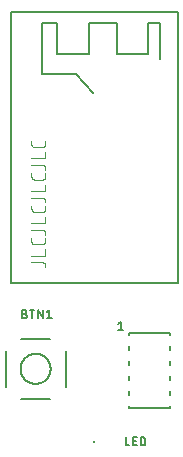
<source format=gbr>
G04 EAGLE Gerber RS-274X export*
G75*
%MOMM*%
%FSLAX34Y34*%
%LPD*%
%INSilkscreen Top*%
%IPPOS*%
%AMOC8*
5,1,8,0,0,1.08239X$1,22.5*%
G01*
%ADD10C,0.101600*%
%ADD11C,0.152400*%
%ADD12C,0.127000*%
%ADD13C,0.203200*%
%ADD14R,0.200000X0.200000*%


D10*
X61302Y162490D02*
X70389Y162490D01*
X70488Y162488D01*
X70588Y162482D01*
X70687Y162473D01*
X70785Y162460D01*
X70883Y162443D01*
X70981Y162422D01*
X71077Y162397D01*
X71172Y162369D01*
X71266Y162337D01*
X71359Y162302D01*
X71451Y162263D01*
X71541Y162220D01*
X71629Y162175D01*
X71716Y162125D01*
X71800Y162073D01*
X71883Y162017D01*
X71963Y161959D01*
X72041Y161897D01*
X72116Y161832D01*
X72189Y161764D01*
X72259Y161694D01*
X72327Y161621D01*
X72392Y161546D01*
X72454Y161468D01*
X72512Y161388D01*
X72568Y161305D01*
X72620Y161221D01*
X72670Y161134D01*
X72715Y161046D01*
X72758Y160956D01*
X72797Y160864D01*
X72832Y160771D01*
X72864Y160677D01*
X72892Y160582D01*
X72917Y160486D01*
X72938Y160388D01*
X72955Y160290D01*
X72968Y160192D01*
X72977Y160093D01*
X72983Y159993D01*
X72985Y159894D01*
X72986Y159894D02*
X72986Y158596D01*
X72986Y168167D02*
X61302Y168167D01*
X72986Y168167D02*
X72986Y173360D01*
X72986Y180233D02*
X72986Y182829D01*
X72985Y180233D02*
X72983Y180134D01*
X72977Y180034D01*
X72968Y179935D01*
X72955Y179837D01*
X72938Y179739D01*
X72917Y179641D01*
X72892Y179545D01*
X72864Y179450D01*
X72832Y179356D01*
X72797Y179263D01*
X72758Y179171D01*
X72715Y179081D01*
X72670Y178993D01*
X72620Y178906D01*
X72568Y178822D01*
X72512Y178739D01*
X72454Y178659D01*
X72392Y178581D01*
X72327Y178506D01*
X72259Y178433D01*
X72189Y178363D01*
X72116Y178295D01*
X72041Y178230D01*
X71963Y178168D01*
X71883Y178110D01*
X71800Y178054D01*
X71716Y178002D01*
X71629Y177952D01*
X71541Y177907D01*
X71451Y177864D01*
X71359Y177825D01*
X71266Y177790D01*
X71172Y177758D01*
X71077Y177730D01*
X70981Y177705D01*
X70883Y177684D01*
X70785Y177667D01*
X70687Y177654D01*
X70588Y177645D01*
X70488Y177639D01*
X70389Y177637D01*
X70389Y177636D02*
X63898Y177636D01*
X63799Y177638D01*
X63699Y177644D01*
X63600Y177653D01*
X63502Y177666D01*
X63404Y177684D01*
X63306Y177704D01*
X63210Y177729D01*
X63114Y177757D01*
X63020Y177789D01*
X62927Y177824D01*
X62836Y177863D01*
X62746Y177906D01*
X62657Y177951D01*
X62571Y178001D01*
X62486Y178053D01*
X62404Y178109D01*
X62324Y178168D01*
X62246Y178229D01*
X62170Y178294D01*
X62097Y178362D01*
X62027Y178432D01*
X61959Y178505D01*
X61894Y178581D01*
X61833Y178659D01*
X61774Y178739D01*
X61718Y178821D01*
X61666Y178906D01*
X61617Y178992D01*
X61571Y179081D01*
X61528Y179171D01*
X61489Y179262D01*
X61454Y179355D01*
X61422Y179449D01*
X61394Y179545D01*
X61369Y179641D01*
X61349Y179739D01*
X61331Y179837D01*
X61318Y179935D01*
X61309Y180034D01*
X61303Y180133D01*
X61301Y180233D01*
X61302Y180233D02*
X61302Y182829D01*
X61302Y189922D02*
X70389Y189922D01*
X70488Y189920D01*
X70588Y189914D01*
X70687Y189905D01*
X70785Y189892D01*
X70883Y189875D01*
X70981Y189854D01*
X71077Y189829D01*
X71172Y189801D01*
X71266Y189769D01*
X71359Y189734D01*
X71451Y189695D01*
X71541Y189652D01*
X71629Y189607D01*
X71716Y189557D01*
X71800Y189505D01*
X71883Y189449D01*
X71963Y189391D01*
X72041Y189329D01*
X72116Y189264D01*
X72189Y189196D01*
X72259Y189126D01*
X72327Y189053D01*
X72392Y188978D01*
X72454Y188900D01*
X72512Y188820D01*
X72568Y188737D01*
X72620Y188653D01*
X72670Y188566D01*
X72715Y188478D01*
X72758Y188388D01*
X72797Y188296D01*
X72832Y188203D01*
X72864Y188109D01*
X72892Y188014D01*
X72917Y187918D01*
X72938Y187820D01*
X72955Y187722D01*
X72968Y187624D01*
X72977Y187525D01*
X72983Y187425D01*
X72985Y187326D01*
X72986Y187326D02*
X72986Y186028D01*
X72986Y195599D02*
X61302Y195599D01*
X72986Y195599D02*
X72986Y200792D01*
X72986Y207665D02*
X72986Y210261D01*
X72985Y207665D02*
X72983Y207566D01*
X72977Y207466D01*
X72968Y207367D01*
X72955Y207269D01*
X72938Y207171D01*
X72917Y207073D01*
X72892Y206977D01*
X72864Y206882D01*
X72832Y206788D01*
X72797Y206695D01*
X72758Y206603D01*
X72715Y206513D01*
X72670Y206425D01*
X72620Y206338D01*
X72568Y206254D01*
X72512Y206171D01*
X72454Y206091D01*
X72392Y206013D01*
X72327Y205938D01*
X72259Y205865D01*
X72189Y205795D01*
X72116Y205727D01*
X72041Y205662D01*
X71963Y205600D01*
X71883Y205542D01*
X71800Y205486D01*
X71716Y205434D01*
X71629Y205384D01*
X71541Y205339D01*
X71451Y205296D01*
X71359Y205257D01*
X71266Y205222D01*
X71172Y205190D01*
X71077Y205162D01*
X70981Y205137D01*
X70883Y205116D01*
X70785Y205099D01*
X70687Y205086D01*
X70588Y205077D01*
X70488Y205071D01*
X70389Y205069D01*
X70389Y205068D02*
X63898Y205068D01*
X63799Y205070D01*
X63699Y205076D01*
X63600Y205085D01*
X63502Y205098D01*
X63404Y205116D01*
X63306Y205136D01*
X63210Y205161D01*
X63114Y205189D01*
X63020Y205221D01*
X62927Y205256D01*
X62836Y205295D01*
X62746Y205338D01*
X62657Y205383D01*
X62571Y205433D01*
X62486Y205485D01*
X62404Y205541D01*
X62324Y205600D01*
X62246Y205661D01*
X62170Y205726D01*
X62097Y205794D01*
X62027Y205864D01*
X61959Y205937D01*
X61894Y206013D01*
X61833Y206091D01*
X61774Y206171D01*
X61718Y206253D01*
X61666Y206338D01*
X61617Y206424D01*
X61571Y206513D01*
X61528Y206603D01*
X61489Y206694D01*
X61454Y206787D01*
X61422Y206881D01*
X61394Y206977D01*
X61369Y207073D01*
X61349Y207171D01*
X61331Y207269D01*
X61318Y207367D01*
X61309Y207466D01*
X61303Y207565D01*
X61301Y207665D01*
X61302Y207665D02*
X61302Y210261D01*
X61302Y217354D02*
X70389Y217354D01*
X70488Y217352D01*
X70588Y217346D01*
X70687Y217337D01*
X70785Y217324D01*
X70883Y217307D01*
X70981Y217286D01*
X71077Y217261D01*
X71172Y217233D01*
X71266Y217201D01*
X71359Y217166D01*
X71451Y217127D01*
X71541Y217084D01*
X71629Y217039D01*
X71716Y216989D01*
X71800Y216937D01*
X71883Y216881D01*
X71963Y216823D01*
X72041Y216761D01*
X72116Y216696D01*
X72189Y216628D01*
X72259Y216558D01*
X72327Y216485D01*
X72392Y216410D01*
X72454Y216332D01*
X72512Y216252D01*
X72568Y216169D01*
X72620Y216085D01*
X72670Y215998D01*
X72715Y215910D01*
X72758Y215820D01*
X72797Y215728D01*
X72832Y215635D01*
X72864Y215541D01*
X72892Y215446D01*
X72917Y215350D01*
X72938Y215252D01*
X72955Y215154D01*
X72968Y215056D01*
X72977Y214957D01*
X72983Y214857D01*
X72985Y214758D01*
X72986Y214758D02*
X72986Y213460D01*
X72986Y223031D02*
X61302Y223031D01*
X72986Y223031D02*
X72986Y228224D01*
X72986Y235097D02*
X72986Y237693D01*
X72985Y235097D02*
X72983Y234998D01*
X72977Y234898D01*
X72968Y234799D01*
X72955Y234701D01*
X72938Y234603D01*
X72917Y234505D01*
X72892Y234409D01*
X72864Y234314D01*
X72832Y234220D01*
X72797Y234127D01*
X72758Y234035D01*
X72715Y233945D01*
X72670Y233857D01*
X72620Y233770D01*
X72568Y233686D01*
X72512Y233603D01*
X72454Y233523D01*
X72392Y233445D01*
X72327Y233370D01*
X72259Y233297D01*
X72189Y233227D01*
X72116Y233159D01*
X72041Y233094D01*
X71963Y233032D01*
X71883Y232974D01*
X71800Y232918D01*
X71716Y232866D01*
X71629Y232816D01*
X71541Y232771D01*
X71451Y232728D01*
X71359Y232689D01*
X71266Y232654D01*
X71172Y232622D01*
X71077Y232594D01*
X70981Y232569D01*
X70883Y232548D01*
X70785Y232531D01*
X70687Y232518D01*
X70588Y232509D01*
X70488Y232503D01*
X70389Y232501D01*
X70389Y232500D02*
X63898Y232500D01*
X63799Y232502D01*
X63699Y232508D01*
X63600Y232517D01*
X63502Y232530D01*
X63404Y232548D01*
X63306Y232568D01*
X63210Y232593D01*
X63114Y232621D01*
X63020Y232653D01*
X62927Y232688D01*
X62836Y232727D01*
X62746Y232770D01*
X62657Y232815D01*
X62571Y232865D01*
X62486Y232917D01*
X62404Y232973D01*
X62324Y233032D01*
X62246Y233093D01*
X62170Y233158D01*
X62097Y233226D01*
X62027Y233296D01*
X61959Y233369D01*
X61894Y233445D01*
X61833Y233523D01*
X61774Y233603D01*
X61718Y233685D01*
X61666Y233770D01*
X61617Y233856D01*
X61571Y233945D01*
X61528Y234035D01*
X61489Y234126D01*
X61454Y234219D01*
X61422Y234313D01*
X61394Y234409D01*
X61369Y234505D01*
X61349Y234603D01*
X61331Y234701D01*
X61318Y234799D01*
X61309Y234898D01*
X61303Y234997D01*
X61301Y235097D01*
X61302Y235097D02*
X61302Y237693D01*
X61302Y244786D02*
X70389Y244786D01*
X70488Y244784D01*
X70588Y244778D01*
X70687Y244769D01*
X70785Y244756D01*
X70883Y244739D01*
X70981Y244718D01*
X71077Y244693D01*
X71172Y244665D01*
X71266Y244633D01*
X71359Y244598D01*
X71451Y244559D01*
X71541Y244516D01*
X71629Y244471D01*
X71716Y244421D01*
X71800Y244369D01*
X71883Y244313D01*
X71963Y244255D01*
X72041Y244193D01*
X72116Y244128D01*
X72189Y244060D01*
X72259Y243990D01*
X72327Y243917D01*
X72392Y243842D01*
X72454Y243764D01*
X72512Y243684D01*
X72568Y243601D01*
X72620Y243517D01*
X72670Y243430D01*
X72715Y243342D01*
X72758Y243252D01*
X72797Y243160D01*
X72832Y243067D01*
X72864Y242973D01*
X72892Y242878D01*
X72917Y242782D01*
X72938Y242684D01*
X72955Y242586D01*
X72968Y242488D01*
X72977Y242389D01*
X72983Y242289D01*
X72985Y242190D01*
X72986Y242190D02*
X72986Y240892D01*
X72986Y250463D02*
X61302Y250463D01*
X72986Y250463D02*
X72986Y255656D01*
X72986Y262529D02*
X72986Y265125D01*
X72985Y262529D02*
X72983Y262430D01*
X72977Y262330D01*
X72968Y262231D01*
X72955Y262133D01*
X72938Y262035D01*
X72917Y261937D01*
X72892Y261841D01*
X72864Y261746D01*
X72832Y261652D01*
X72797Y261559D01*
X72758Y261467D01*
X72715Y261377D01*
X72670Y261289D01*
X72620Y261202D01*
X72568Y261118D01*
X72512Y261035D01*
X72454Y260955D01*
X72392Y260877D01*
X72327Y260802D01*
X72259Y260729D01*
X72189Y260659D01*
X72116Y260591D01*
X72041Y260526D01*
X71963Y260464D01*
X71883Y260406D01*
X71800Y260350D01*
X71716Y260298D01*
X71629Y260248D01*
X71541Y260203D01*
X71451Y260160D01*
X71359Y260121D01*
X71266Y260086D01*
X71172Y260054D01*
X71077Y260026D01*
X70981Y260001D01*
X70883Y259980D01*
X70785Y259963D01*
X70687Y259950D01*
X70588Y259941D01*
X70488Y259935D01*
X70389Y259933D01*
X70389Y259932D02*
X63898Y259932D01*
X63799Y259934D01*
X63699Y259940D01*
X63600Y259949D01*
X63502Y259962D01*
X63404Y259980D01*
X63306Y260000D01*
X63210Y260025D01*
X63114Y260053D01*
X63020Y260085D01*
X62927Y260120D01*
X62836Y260159D01*
X62746Y260202D01*
X62657Y260247D01*
X62571Y260297D01*
X62486Y260349D01*
X62404Y260405D01*
X62324Y260464D01*
X62246Y260525D01*
X62170Y260590D01*
X62097Y260658D01*
X62027Y260728D01*
X61959Y260801D01*
X61894Y260877D01*
X61833Y260955D01*
X61774Y261035D01*
X61718Y261117D01*
X61666Y261202D01*
X61617Y261288D01*
X61571Y261377D01*
X61528Y261467D01*
X61489Y261558D01*
X61454Y261651D01*
X61422Y261745D01*
X61394Y261841D01*
X61369Y261937D01*
X61349Y262035D01*
X61331Y262133D01*
X61318Y262231D01*
X61309Y262330D01*
X61303Y262429D01*
X61301Y262529D01*
X61302Y262529D02*
X61302Y265125D01*
D11*
X141202Y14236D02*
X141202Y7632D01*
X144137Y7632D01*
X147542Y7632D02*
X150477Y7632D01*
X147542Y7632D02*
X147542Y14236D01*
X150477Y14236D01*
X149743Y11301D02*
X147542Y11301D01*
X153857Y14236D02*
X153857Y7632D01*
X153857Y14236D02*
X155692Y14236D01*
X155777Y14234D01*
X155861Y14228D01*
X155945Y14218D01*
X156029Y14205D01*
X156112Y14187D01*
X156194Y14166D01*
X156275Y14141D01*
X156355Y14112D01*
X156433Y14080D01*
X156509Y14044D01*
X156584Y14004D01*
X156657Y13961D01*
X156728Y13915D01*
X156797Y13866D01*
X156864Y13813D01*
X156928Y13757D01*
X156989Y13699D01*
X157047Y13638D01*
X157103Y13574D01*
X157156Y13507D01*
X157205Y13438D01*
X157251Y13367D01*
X157294Y13294D01*
X157334Y13219D01*
X157370Y13143D01*
X157402Y13065D01*
X157431Y12985D01*
X157456Y12904D01*
X157477Y12822D01*
X157495Y12739D01*
X157508Y12655D01*
X157518Y12571D01*
X157524Y12487D01*
X157526Y12402D01*
X157526Y9466D01*
X157524Y9381D01*
X157518Y9297D01*
X157508Y9213D01*
X157495Y9129D01*
X157477Y9046D01*
X157456Y8964D01*
X157431Y8883D01*
X157402Y8803D01*
X157370Y8725D01*
X157334Y8649D01*
X157294Y8574D01*
X157251Y8501D01*
X157205Y8430D01*
X157156Y8361D01*
X157103Y8294D01*
X157047Y8230D01*
X156989Y8169D01*
X156928Y8111D01*
X156864Y8055D01*
X156797Y8002D01*
X156728Y7953D01*
X156657Y7907D01*
X156584Y7864D01*
X156509Y7824D01*
X156433Y7788D01*
X156355Y7756D01*
X156275Y7727D01*
X156194Y7702D01*
X156112Y7681D01*
X156029Y7663D01*
X155945Y7650D01*
X155861Y7640D01*
X155777Y7634D01*
X155692Y7632D01*
X153857Y7632D01*
X55426Y119051D02*
X53592Y119051D01*
X55426Y119050D02*
X55511Y119048D01*
X55595Y119042D01*
X55679Y119032D01*
X55763Y119019D01*
X55846Y119001D01*
X55928Y118980D01*
X56009Y118955D01*
X56089Y118926D01*
X56167Y118894D01*
X56243Y118858D01*
X56318Y118818D01*
X56391Y118775D01*
X56462Y118729D01*
X56531Y118680D01*
X56598Y118627D01*
X56662Y118571D01*
X56723Y118513D01*
X56781Y118452D01*
X56837Y118388D01*
X56890Y118321D01*
X56939Y118252D01*
X56985Y118181D01*
X57028Y118108D01*
X57068Y118033D01*
X57104Y117957D01*
X57136Y117879D01*
X57165Y117799D01*
X57190Y117718D01*
X57211Y117636D01*
X57229Y117553D01*
X57242Y117469D01*
X57252Y117385D01*
X57258Y117301D01*
X57260Y117216D01*
X57258Y117131D01*
X57252Y117047D01*
X57242Y116963D01*
X57229Y116879D01*
X57211Y116796D01*
X57190Y116714D01*
X57165Y116633D01*
X57136Y116553D01*
X57104Y116475D01*
X57068Y116399D01*
X57028Y116324D01*
X56985Y116251D01*
X56939Y116180D01*
X56890Y116111D01*
X56837Y116044D01*
X56781Y115980D01*
X56723Y115919D01*
X56662Y115861D01*
X56598Y115805D01*
X56531Y115752D01*
X56462Y115703D01*
X56391Y115657D01*
X56318Y115614D01*
X56243Y115574D01*
X56167Y115538D01*
X56089Y115506D01*
X56009Y115477D01*
X55928Y115452D01*
X55846Y115431D01*
X55763Y115413D01*
X55679Y115400D01*
X55595Y115390D01*
X55511Y115384D01*
X55426Y115382D01*
X53592Y115382D01*
X53592Y121986D01*
X55426Y121986D01*
X55502Y121984D01*
X55577Y121978D01*
X55652Y121969D01*
X55726Y121955D01*
X55800Y121938D01*
X55872Y121916D01*
X55944Y121892D01*
X56014Y121863D01*
X56082Y121831D01*
X56149Y121796D01*
X56214Y121757D01*
X56277Y121714D01*
X56337Y121669D01*
X56395Y121621D01*
X56451Y121569D01*
X56503Y121515D01*
X56553Y121458D01*
X56600Y121399D01*
X56644Y121338D01*
X56685Y121274D01*
X56722Y121208D01*
X56756Y121140D01*
X56786Y121071D01*
X56813Y121000D01*
X56836Y120928D01*
X56855Y120855D01*
X56870Y120781D01*
X56882Y120706D01*
X56890Y120631D01*
X56894Y120556D01*
X56894Y120480D01*
X56890Y120405D01*
X56882Y120330D01*
X56870Y120255D01*
X56855Y120181D01*
X56836Y120108D01*
X56813Y120036D01*
X56786Y119965D01*
X56756Y119896D01*
X56722Y119828D01*
X56685Y119762D01*
X56644Y119698D01*
X56600Y119637D01*
X56553Y119578D01*
X56503Y119521D01*
X56451Y119467D01*
X56395Y119415D01*
X56337Y119367D01*
X56277Y119322D01*
X56214Y119279D01*
X56149Y119240D01*
X56082Y119205D01*
X56014Y119173D01*
X55944Y119144D01*
X55872Y119120D01*
X55800Y119098D01*
X55726Y119081D01*
X55652Y119067D01*
X55577Y119058D01*
X55502Y119052D01*
X55426Y119050D01*
X61829Y121986D02*
X61829Y115382D01*
X63663Y121986D02*
X59994Y121986D01*
X67066Y121986D02*
X67066Y115382D01*
X70735Y115382D02*
X67066Y121986D01*
X70735Y121986D02*
X70735Y115382D01*
X74625Y120518D02*
X76459Y121986D01*
X76459Y115382D01*
X74625Y115382D02*
X78294Y115382D01*
X134872Y110358D02*
X136706Y111826D01*
X136706Y105222D01*
X134872Y105222D02*
X138541Y105222D01*
D12*
X185420Y144780D02*
X185420Y374780D01*
X44020Y374780D01*
X44020Y144780D01*
X185420Y144780D01*
X170340Y334780D02*
X170340Y364780D01*
X160340Y364780D01*
X160340Y338580D01*
X159740Y338580D01*
X133640Y338580D01*
X133840Y338680D02*
X133840Y364780D01*
X110110Y364780D01*
X110110Y338680D01*
X83030Y338680D01*
X83030Y364780D01*
X70430Y364780D01*
X70430Y322180D01*
X99220Y322180D01*
X113720Y305580D01*
D13*
X77170Y46990D02*
X52070Y46990D01*
X39370Y56990D02*
X39370Y87790D01*
X52370Y97790D02*
X77170Y97790D01*
X90170Y87790D02*
X90170Y56990D01*
X52070Y72390D02*
X52074Y72702D01*
X52085Y73013D01*
X52104Y73324D01*
X52131Y73635D01*
X52166Y73945D01*
X52207Y74253D01*
X52257Y74561D01*
X52314Y74868D01*
X52379Y75173D01*
X52451Y75476D01*
X52530Y75777D01*
X52617Y76077D01*
X52711Y76374D01*
X52812Y76669D01*
X52921Y76961D01*
X53037Y77250D01*
X53160Y77537D01*
X53289Y77820D01*
X53426Y78100D01*
X53570Y78377D01*
X53720Y78650D01*
X53877Y78919D01*
X54040Y79184D01*
X54210Y79446D01*
X54387Y79703D01*
X54569Y79955D01*
X54758Y80203D01*
X54953Y80447D01*
X55153Y80685D01*
X55360Y80919D01*
X55572Y81147D01*
X55790Y81370D01*
X56013Y81588D01*
X56241Y81800D01*
X56475Y82007D01*
X56713Y82207D01*
X56957Y82402D01*
X57205Y82591D01*
X57457Y82773D01*
X57714Y82950D01*
X57976Y83120D01*
X58241Y83283D01*
X58510Y83440D01*
X58783Y83590D01*
X59060Y83734D01*
X59340Y83871D01*
X59623Y84000D01*
X59910Y84123D01*
X60199Y84239D01*
X60491Y84348D01*
X60786Y84449D01*
X61083Y84543D01*
X61383Y84630D01*
X61684Y84709D01*
X61987Y84781D01*
X62292Y84846D01*
X62599Y84903D01*
X62907Y84953D01*
X63215Y84994D01*
X63525Y85029D01*
X63836Y85056D01*
X64147Y85075D01*
X64458Y85086D01*
X64770Y85090D01*
X65082Y85086D01*
X65393Y85075D01*
X65704Y85056D01*
X66015Y85029D01*
X66325Y84994D01*
X66633Y84953D01*
X66941Y84903D01*
X67248Y84846D01*
X67553Y84781D01*
X67856Y84709D01*
X68157Y84630D01*
X68457Y84543D01*
X68754Y84449D01*
X69049Y84348D01*
X69341Y84239D01*
X69630Y84123D01*
X69917Y84000D01*
X70200Y83871D01*
X70480Y83734D01*
X70757Y83590D01*
X71030Y83440D01*
X71299Y83283D01*
X71564Y83120D01*
X71826Y82950D01*
X72083Y82773D01*
X72335Y82591D01*
X72583Y82402D01*
X72827Y82207D01*
X73065Y82007D01*
X73299Y81800D01*
X73527Y81588D01*
X73750Y81370D01*
X73968Y81147D01*
X74180Y80919D01*
X74387Y80685D01*
X74587Y80447D01*
X74782Y80203D01*
X74971Y79955D01*
X75153Y79703D01*
X75330Y79446D01*
X75500Y79184D01*
X75663Y78919D01*
X75820Y78650D01*
X75970Y78377D01*
X76114Y78100D01*
X76251Y77820D01*
X76380Y77537D01*
X76503Y77250D01*
X76619Y76961D01*
X76728Y76669D01*
X76829Y76374D01*
X76923Y76077D01*
X77010Y75777D01*
X77089Y75476D01*
X77161Y75173D01*
X77226Y74868D01*
X77283Y74561D01*
X77333Y74253D01*
X77374Y73945D01*
X77409Y73635D01*
X77436Y73324D01*
X77455Y73013D01*
X77466Y72702D01*
X77470Y72390D01*
X77466Y72078D01*
X77455Y71767D01*
X77436Y71456D01*
X77409Y71145D01*
X77374Y70835D01*
X77333Y70527D01*
X77283Y70219D01*
X77226Y69912D01*
X77161Y69607D01*
X77089Y69304D01*
X77010Y69003D01*
X76923Y68703D01*
X76829Y68406D01*
X76728Y68111D01*
X76619Y67819D01*
X76503Y67530D01*
X76380Y67243D01*
X76251Y66960D01*
X76114Y66680D01*
X75970Y66403D01*
X75820Y66130D01*
X75663Y65861D01*
X75500Y65596D01*
X75330Y65334D01*
X75153Y65077D01*
X74971Y64825D01*
X74782Y64577D01*
X74587Y64333D01*
X74387Y64095D01*
X74180Y63861D01*
X73968Y63633D01*
X73750Y63410D01*
X73527Y63192D01*
X73299Y62980D01*
X73065Y62773D01*
X72827Y62573D01*
X72583Y62378D01*
X72335Y62189D01*
X72083Y62007D01*
X71826Y61830D01*
X71564Y61660D01*
X71299Y61497D01*
X71030Y61340D01*
X70757Y61190D01*
X70480Y61046D01*
X70200Y60909D01*
X69917Y60780D01*
X69630Y60657D01*
X69341Y60541D01*
X69049Y60432D01*
X68754Y60331D01*
X68457Y60237D01*
X68157Y60150D01*
X67856Y60071D01*
X67553Y59999D01*
X67248Y59934D01*
X66941Y59877D01*
X66633Y59827D01*
X66325Y59786D01*
X66015Y59751D01*
X65704Y59724D01*
X65393Y59705D01*
X65082Y59694D01*
X64770Y59690D01*
X64458Y59694D01*
X64147Y59705D01*
X63836Y59724D01*
X63525Y59751D01*
X63215Y59786D01*
X62907Y59827D01*
X62599Y59877D01*
X62292Y59934D01*
X61987Y59999D01*
X61684Y60071D01*
X61383Y60150D01*
X61083Y60237D01*
X60786Y60331D01*
X60491Y60432D01*
X60199Y60541D01*
X59910Y60657D01*
X59623Y60780D01*
X59340Y60909D01*
X59060Y61046D01*
X58783Y61190D01*
X58510Y61340D01*
X58241Y61497D01*
X57976Y61660D01*
X57714Y61830D01*
X57457Y62007D01*
X57205Y62189D01*
X56957Y62378D01*
X56713Y62573D01*
X56475Y62773D01*
X56241Y62980D01*
X56013Y63192D01*
X55790Y63410D01*
X55572Y63633D01*
X55360Y63861D01*
X55153Y64095D01*
X54953Y64333D01*
X54758Y64577D01*
X54569Y64825D01*
X54387Y65077D01*
X54210Y65334D01*
X54040Y65596D01*
X53877Y65861D01*
X53720Y66130D01*
X53570Y66403D01*
X53426Y66680D01*
X53289Y66960D01*
X53160Y67243D01*
X53037Y67530D01*
X52921Y67819D01*
X52812Y68111D01*
X52711Y68406D01*
X52617Y68703D01*
X52530Y69003D01*
X52451Y69304D01*
X52379Y69607D01*
X52314Y69912D01*
X52257Y70219D01*
X52207Y70527D01*
X52166Y70835D01*
X52131Y71145D01*
X52104Y71456D01*
X52085Y71767D01*
X52074Y72078D01*
X52070Y72390D01*
D14*
X114570Y10160D03*
D13*
X144145Y102870D02*
X178435Y102870D01*
X178435Y101346D01*
X178435Y40894D02*
X178435Y39370D01*
X144145Y39370D01*
X144145Y40894D01*
X144145Y101346D02*
X144145Y102870D01*
X178435Y91694D02*
X178435Y88646D01*
X178435Y78994D02*
X178435Y75946D01*
X178435Y66294D02*
X178435Y63246D01*
X178435Y53594D02*
X178435Y50546D01*
X144145Y50546D02*
X144145Y53594D01*
X144145Y63246D02*
X144145Y66294D01*
X144145Y75946D02*
X144145Y78994D01*
X144145Y88646D02*
X144145Y91694D01*
M02*

</source>
